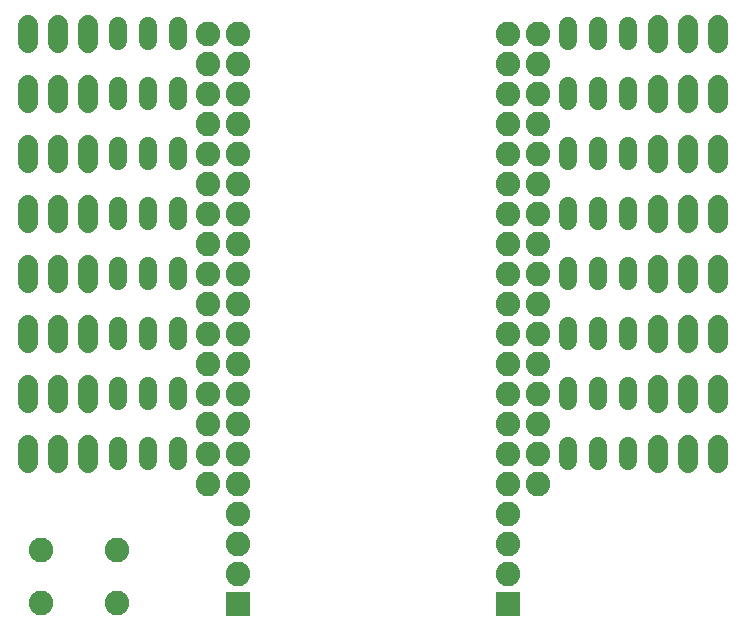
<source format=gbr>
G04 EAGLE Gerber RS-274X export*
G75*
%MOIN*%
%FSLAX34Y34*%
%LPD*%
%INSoldermask Top*%
%IPPOS*%
%AMOC8*
5,1,8,0,0,1.08239X$1,22.5*%
G01*
%ADD10R,0.082000X0.082000*%
%ADD11C,0.082000*%
%ADD12C,0.060000*%
%ADD13C,0.068000*%


D10*
X9000Y1000D03*
D11*
X9000Y2000D03*
X9000Y3000D03*
X9000Y4000D03*
X9000Y5000D03*
X9000Y6000D03*
X9000Y7000D03*
X9000Y8000D03*
X9000Y9000D03*
X9000Y10000D03*
X9000Y11000D03*
X9000Y12000D03*
X9000Y13000D03*
X9000Y14000D03*
X9000Y15000D03*
X9000Y16000D03*
X9000Y17000D03*
X9000Y18000D03*
X9000Y19000D03*
X9000Y20000D03*
D10*
X18000Y1000D03*
D11*
X18000Y2000D03*
X18000Y3000D03*
X18000Y4000D03*
X18000Y5000D03*
X18000Y6000D03*
X18000Y7000D03*
X18000Y8000D03*
X18000Y9000D03*
X18000Y10000D03*
X18000Y11000D03*
X18000Y12000D03*
X18000Y13000D03*
X18000Y14000D03*
X18000Y15000D03*
X18000Y16000D03*
X18000Y17000D03*
X18000Y18000D03*
X18000Y19000D03*
X18000Y20000D03*
D12*
X22000Y12260D02*
X22000Y11740D01*
X20000Y11740D02*
X20000Y12260D01*
X21000Y12260D02*
X21000Y11740D01*
X5000Y17740D02*
X5000Y18260D01*
X7000Y18260D02*
X7000Y17740D01*
X6000Y17740D02*
X6000Y18260D01*
X5000Y16260D02*
X5000Y15740D01*
X7000Y15740D02*
X7000Y16260D01*
X6000Y16260D02*
X6000Y15740D01*
X5000Y14260D02*
X5000Y13740D01*
X7000Y13740D02*
X7000Y14260D01*
X6000Y14260D02*
X6000Y13740D01*
X5000Y12260D02*
X5000Y11740D01*
X7000Y11740D02*
X7000Y12260D01*
X6000Y12260D02*
X6000Y11740D01*
X5000Y10260D02*
X5000Y9740D01*
X7000Y9740D02*
X7000Y10260D01*
X6000Y10260D02*
X6000Y9740D01*
X5000Y8260D02*
X5000Y7740D01*
X7000Y7740D02*
X7000Y8260D01*
X6000Y8260D02*
X6000Y7740D01*
X5000Y6260D02*
X5000Y5740D01*
X7000Y5740D02*
X7000Y6260D01*
X6000Y6260D02*
X6000Y5740D01*
X22000Y13740D02*
X22000Y14260D01*
X20000Y14260D02*
X20000Y13740D01*
X21000Y13740D02*
X21000Y14260D01*
X22000Y15740D02*
X22000Y16260D01*
X20000Y16260D02*
X20000Y15740D01*
X21000Y15740D02*
X21000Y16260D01*
X22000Y17740D02*
X22000Y18260D01*
X20000Y18260D02*
X20000Y17740D01*
X21000Y17740D02*
X21000Y18260D01*
X22000Y19740D02*
X22000Y20260D01*
X20000Y20260D02*
X20000Y19740D01*
X21000Y19740D02*
X21000Y20260D01*
X22000Y10260D02*
X22000Y9740D01*
X20000Y9740D02*
X20000Y10260D01*
X21000Y10260D02*
X21000Y9740D01*
X22000Y8260D02*
X22000Y7740D01*
X20000Y7740D02*
X20000Y8260D01*
X21000Y8260D02*
X21000Y7740D01*
X22000Y6260D02*
X22000Y5740D01*
X20000Y5740D02*
X20000Y6260D01*
X21000Y6260D02*
X21000Y5740D01*
X5000Y19740D02*
X5000Y20260D01*
X7000Y20260D02*
X7000Y19740D01*
X6000Y19740D02*
X6000Y20260D01*
D11*
X8000Y5000D03*
X8000Y6000D03*
X19000Y17000D03*
X19000Y18000D03*
X19000Y15000D03*
X19000Y16000D03*
X19000Y13000D03*
X19000Y14000D03*
X19000Y11000D03*
X19000Y12000D03*
X19000Y9000D03*
X19000Y10000D03*
X19000Y7000D03*
X19000Y8000D03*
X19000Y6000D03*
X19000Y5000D03*
X8000Y7000D03*
X8000Y8000D03*
X8000Y10000D03*
X8000Y9000D03*
X8000Y12000D03*
X8000Y11000D03*
X8000Y14000D03*
X8000Y13000D03*
X8000Y16000D03*
X8000Y15000D03*
X8000Y18000D03*
X8000Y17000D03*
X8000Y20000D03*
X8000Y19000D03*
X19000Y19000D03*
X19000Y20000D03*
D13*
X23000Y19700D02*
X23000Y20300D01*
X24000Y20300D02*
X24000Y19700D01*
X25000Y19700D02*
X25000Y20300D01*
X4000Y8300D02*
X4000Y7700D01*
X3000Y7700D02*
X3000Y8300D01*
X2000Y8300D02*
X2000Y7700D01*
X4000Y9700D02*
X4000Y10300D01*
X3000Y10300D02*
X3000Y9700D01*
X2000Y9700D02*
X2000Y10300D01*
X4000Y11700D02*
X4000Y12300D01*
X3000Y12300D02*
X3000Y11700D01*
X2000Y11700D02*
X2000Y12300D01*
X4000Y13700D02*
X4000Y14300D01*
X3000Y14300D02*
X3000Y13700D01*
X2000Y13700D02*
X2000Y14300D01*
X4000Y15700D02*
X4000Y16300D01*
X3000Y16300D02*
X3000Y15700D01*
X2000Y15700D02*
X2000Y16300D01*
X4000Y17700D02*
X4000Y18300D01*
X3000Y18300D02*
X3000Y17700D01*
X2000Y17700D02*
X2000Y18300D01*
X4000Y19700D02*
X4000Y20300D01*
X3000Y20300D02*
X3000Y19700D01*
X2000Y19700D02*
X2000Y20300D01*
X23000Y18300D02*
X23000Y17700D01*
X24000Y17700D02*
X24000Y18300D01*
X25000Y18300D02*
X25000Y17700D01*
X23000Y16300D02*
X23000Y15700D01*
X24000Y15700D02*
X24000Y16300D01*
X25000Y16300D02*
X25000Y15700D01*
X23000Y14300D02*
X23000Y13700D01*
X24000Y13700D02*
X24000Y14300D01*
X25000Y14300D02*
X25000Y13700D01*
X23000Y12300D02*
X23000Y11700D01*
X24000Y11700D02*
X24000Y12300D01*
X25000Y12300D02*
X25000Y11700D01*
X23000Y10300D02*
X23000Y9700D01*
X24000Y9700D02*
X24000Y10300D01*
X25000Y10300D02*
X25000Y9700D01*
X23000Y8300D02*
X23000Y7700D01*
X24000Y7700D02*
X24000Y8300D01*
X25000Y8300D02*
X25000Y7700D01*
X23000Y6300D02*
X23000Y5700D01*
X24000Y5700D02*
X24000Y6300D01*
X25000Y6300D02*
X25000Y5700D01*
X4000Y5700D02*
X4000Y6300D01*
X3000Y6300D02*
X3000Y5700D01*
X2000Y5700D02*
X2000Y6300D01*
D11*
X4980Y1010D03*
X2420Y1010D03*
X4980Y2790D03*
X2420Y2790D03*
M02*

</source>
